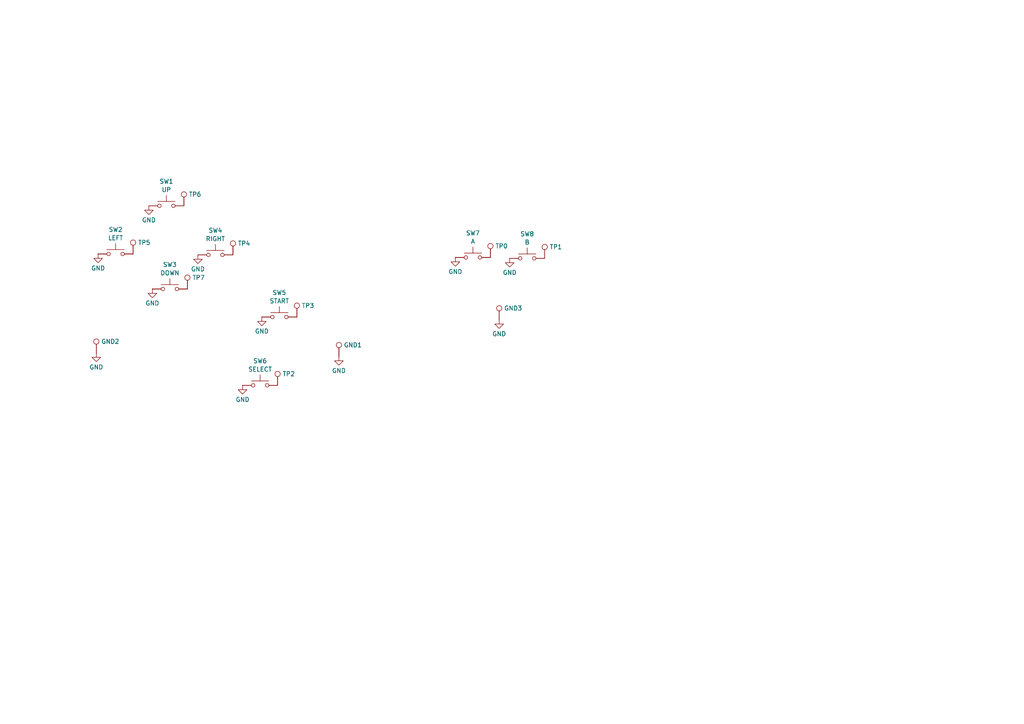
<source format=kicad_sch>
(kicad_sch (version 20231120) (generator "eeschema") (generator_version "8.0")
  (paper "A4")
  (lib_symbols
    (symbol "Connector:TestPoint" (pin_numbers hide) (pin_names (offset 0.762) hide)
      (property "Reference" "TP" (at 0 6.858 0))
      (property "Value" "TestPoint" (at 0 5.08 0))
      (symbol "TestPoint_0_1"
        (circle (center 0 3.302) (radius 0.762))
      )
      (symbol "TestPoint_1_1"
        (pin passive line (at 0 0 90) (length 2.54) (name "1") (number "1"))
      )
    )
    (symbol "Switch:SW_Push" (pin_numbers hide) (pin_names (offset 1.016) hide)
      (property "Reference" "SW" (at 1.27 2.54 0))
      (property "Value" "SW_Push" (at 0 -1.524 0))
      (symbol "SW_Push_0_1"
        (circle (center -2.032 0) (radius 0.508))
        (polyline (pts (xy 0 1.27) (xy 0 3.048)))
        (polyline (pts (xy 2.54 1.27) (xy -2.54 1.27)))
        (circle (center 2.032 0) (radius 0.508))
        (pin passive line (at -5.08 0 0) (length 2.54) (name "1") (number "1"))
        (pin passive line (at 5.08 0 180) (length 2.54) (name "2") (number "2"))
      )
    )
    (symbol "power:GND" (power) (pin_numbers hide) (pin_names (offset 0) hide)
      (property "Value" "GND" (at 0 -3.81 0))
      (symbol "GND_0_1"
        (polyline (pts (xy 0 0) (xy 0 -1.27) (xy 1.27 -1.27) (xy 0 -2.54) (xy -1.27 -1.27) (xy 0 -1.27)))
      )
      (symbol "GND_1_1"
        (pin power_in line (at 0 0 270) (length 0) (name "~") (number "1"))
      )
    )
  )
  (symbol (lib_id "Connector:TestPoint") (at 53.34 59.69 0) (unit 1)
    (property "Reference" "TP6" (at 54.737 56.388 0) (effects (justify left)))
    (property "Value" "TestPoint" (effects (hide yes)))
    (property "Footprint" "customsym:TESTPAD" (effects (hide yes)))
    (property "Description" "test point" (effects (hide yes)))
  )
  (symbol (lib_id "Connector:TestPoint") (at 86.106 91.948 0) (unit 1)
    (property "Reference" "TP3" (at 87.503 88.646 0) (effects (justify left)))
    (property "Value" "TestPoint" (effects (hide yes)))
    (property "Footprint" "customsym:TESTPAD" (effects (hide yes)))
    (property "Description" "test point" (effects (hide yes)))
  )
  (symbol (lib_id "Connector:TestPoint") (at 98.298 103.378 0) (unit 1)
    (property "Reference" "GND1" (at 99.695 100.076 0) (effects (justify left)))
    (property "Value" "TestPoint" (effects (hide yes)))
    (property "Footprint" "TestPoint:TestPoint_Pad_2.0x2.0mm" (effects (hide yes)))
    (property "Description" "test point" (effects (hide yes)))
  )
  (symbol (lib_id "power:GND") (at 43.18 59.69 0) (unit 1)
    (property "Reference" "#PWR08" (effects (hide yes)))
    (property "Value" "GND" (at 43.18 63.8231 0))
    (property "Description" "Power symbol creates a global label with name \"GND\" , ground" (effects (hide yes)))
  )
  (symbol (lib_id "Connector:TestPoint") (at 54.356 83.82 0) (unit 1)
    (property "Reference" "TP7" (at 55.753 80.518 0) (effects (justify left)))
    (property "Value" "TestPoint" (effects (hide yes)))
    (property "Footprint" "customsym:TESTPAD" (effects (hide yes)))
    (property "Description" "test point" (effects (hide yes)))
  )
  (symbol (lib_id "power:GND") (at 75.946 91.948 0) (unit 1)
    (property "Reference" "#PWR03" (effects (hide yes)))
    (property "Value" "GND" (at 75.946 96.0811 0))
    (property "Description" "Power symbol creates a global label with name \"GND\" , ground" (effects (hide yes)))
  )
  (symbol (lib_id "Connector:TestPoint") (at 144.78 92.71 0) (unit 1)
    (property "Reference" "GND3" (at 146.177 89.408 0) (effects (justify left)))
    (property "Value" "TestPoint" (effects (hide yes)))
    (property "Footprint" "TestPoint:TestPoint_Pad_2.0x2.0mm" (effects (hide yes)))
    (property "Description" "test point" (effects (hide yes)))
  )
  (symbol (lib_id "Switch:SW_Push") (at 62.484 73.914 0) (unit 1)
    (property "Reference" "SW4" (at 62.484 66.8485 0))
    (property "Value" "RIGHT" (at 62.484 69.2728 0))
    (property "Footprint" "AGB:ABG DPAD" (effects (hide yes)))
    (property "Description" "Push button switch, generic, two pins" (effects (hide yes)))
  )
  (symbol (lib_id "power:GND") (at 28.448 73.66 0) (unit 1)
    (property "Reference" "#PWR07" (effects (hide yes)))
    (property "Value" "GND" (at 28.448 77.7931 0))
    (property "Description" "Power symbol creates a global label with name \"GND\" , ground" (effects (hide yes)))
  )
  (symbol (lib_id "Switch:SW_Push") (at 75.438 111.76 0) (mirror y) (unit 1)
    (property "Reference" "SW6" (at 75.438 104.6945 0))
    (property "Value" "SELECT" (at 75.438 107.1188 0))
    (property "Footprint" "AGB:AGB ST SL" (effects (hide yes)))
    (property "Description" "Push button switch, generic, two pins" (effects (hide yes)))
  )
  (symbol (lib_id "Connector:TestPoint") (at 142.24 74.676 0) (unit 1)
    (property "Reference" "TP0" (at 143.637 71.374 0) (effects (justify left)))
    (property "Value" "TestPoint" (effects (hide yes)))
    (property "Footprint" "customsym:TESTPAD" (effects (hide yes)))
    (property "Description" "test point" (effects (hide yes)))
  )
  (symbol (lib_id "power:GND") (at 144.78 92.71 0) (unit 1)
    (property "Reference" "#PWR011" (effects (hide yes)))
    (property "Value" "GND" (at 144.78 96.8431 0))
    (property "Description" "Power symbol creates a global label with name \"GND\" , ground" (effects (hide yes)))
  )
  (symbol (lib_id "power:GND") (at 147.828 74.93 0) (unit 1)
    (property "Reference" "#PWR02" (effects (hide yes)))
    (property "Value" "GND" (at 147.828 79.0631 0))
    (property "Description" "Power symbol creates a global label with name \"GND\" , ground" (effects (hide yes)))
  )
  (symbol (lib_id "Switch:SW_Push") (at 81.026 91.948 0) (mirror y) (unit 1)
    (property "Reference" "SW5" (at 81.026 84.8825 0))
    (property "Value" "START" (at 81.026 87.3068 0))
    (property "Footprint" "AGB:AGB ST SL" (effects (hide yes)))
    (property "Description" "Push button switch, generic, two pins" (effects (hide yes)))
  )
  (symbol (lib_id "Connector:TestPoint") (at 157.988 74.93 0) (unit 1)
    (property "Reference" "TP1" (at 159.385 71.628 0) (effects (justify left)))
    (property "Value" "TestPoint" (effects (hide yes)))
    (property "Footprint" "customsym:TESTPAD" (effects (hide yes)))
    (property "Description" "test point" (effects (hide yes)))
  )
  (symbol (lib_id "power:GND") (at 70.358 111.76 0) (unit 1)
    (property "Reference" "#PWR04" (effects (hide yes)))
    (property "Value" "GND" (at 70.358 115.8931 0))
    (property "Description" "Power symbol creates a global label with name \"GND\" , ground" (effects (hide yes)))
  )
  (symbol (lib_id "Connector:TestPoint") (at 67.564 73.914 0) (unit 1)
    (property "Reference" "TP4" (at 68.961 70.612 0) (effects (justify left)))
    (property "Value" "TestPoint" (effects (hide yes)))
    (property "Footprint" "customsym:TESTPAD" (effects (hide yes)))
    (property "Description" "test point" (effects (hide yes)))
  )
  (symbol (lib_id "power:GND") (at 57.404 73.914 0) (unit 1)
    (property "Reference" "#PWR06" (effects (hide yes)))
    (property "Value" "GND" (at 57.404 78.0471 0))
    (property "Description" "Power symbol creates a global label with name \"GND\" , ground" (effects (hide yes)))
  )
  (symbol (lib_id "power:GND") (at 98.298 103.378 0) (unit 1)
    (property "Reference" "#PWR010" (effects (hide yes)))
    (property "Value" "GND" (at 98.298 107.5111 0))
    (property "Description" "Power symbol creates a global label with name \"GND\" , ground" (effects (hide yes)))
  )
  (symbol (lib_id "Connector:TestPoint") (at 80.518 111.76 0) (unit 1)
    (property "Reference" "TP2" (at 81.915 108.458 0) (effects (justify left)))
    (property "Value" "TestPoint" (effects (hide yes)))
    (property "Footprint" "customsym:TESTPAD" (effects (hide yes)))
    (property "Description" "test point" (effects (hide yes)))
  )
  (symbol (lib_id "Connector:TestPoint") (at 27.94 102.362 0) (unit 1)
    (property "Reference" "GND2" (at 29.337 99.06 0) (effects (justify left)))
    (property "Value" "TestPoint" (effects (hide yes)))
    (property "Footprint" "TestPoint:TestPoint_Pad_2.0x2.0mm" (effects (hide yes)))
    (property "Description" "test point" (effects (hide yes)))
  )
  (symbol (lib_id "Switch:SW_Push") (at 137.16 74.676 0) (unit 1)
    (property "Reference" "SW7" (at 137.16 67.6105 0))
    (property "Value" "A" (at 137.16 70.0348 0))
    (property "Footprint" "AGB:AGB AB" (effects (hide yes)))
    (property "Description" "Push button switch, generic, two pins" (effects (hide yes)))
  )
  (symbol (lib_id "power:GND") (at 132.08 74.676 0) (unit 1)
    (property "Reference" "#PWR01" (effects (hide yes)))
    (property "Value" "GND" (at 132.08 78.8091 0))
    (property "Description" "Power symbol creates a global label with name \"GND\" , ground" (effects (hide yes)))
  )
  (symbol (lib_id "Switch:SW_Push") (at 152.908 74.93 0) (unit 1)
    (property "Reference" "SW8" (at 152.908 67.8645 0))
    (property "Value" "B" (at 152.908 70.2888 0))
    (property "Footprint" "AGB:AGB AB" (effects (hide yes)))
    (property "Description" "Push button switch, generic, two pins" (effects (hide yes)))
  )
  (symbol (lib_id "Switch:SW_Push") (at 49.276 83.82 0) (unit 1)
    (property "Reference" "SW3" (at 49.276 76.7545 0))
    (property "Value" "DOWN" (at 49.276 79.1788 0))
    (property "Footprint" "AGB:ABG DPAD" (effects (hide yes)))
    (property "Description" "Push button switch, generic, two pins" (effects (hide yes)))
  )
  (symbol (lib_id "power:GND") (at 27.94 102.362 0) (unit 1)
    (property "Reference" "#PWR09" (effects (hide yes)))
    (property "Value" "GND" (at 27.94 106.4951 0))
    (property "Description" "Power symbol creates a global label with name \"GND\" , ground" (effects (hide yes)))
  )
  (symbol (lib_id "Switch:SW_Push") (at 33.528 73.66 0) (unit 1)
    (property "Reference" "SW2" (at 33.528 66.5945 0))
    (property "Value" "LEFT" (at 33.528 69.0188 0))
    (property "Footprint" "AGB:ABG DPAD" (effects (hide yes)))
    (property "Description" "Push button switch, generic, two pins" (effects (hide yes)))
  )
  (symbol (lib_id "Switch:SW_Push") (at 48.26 59.69 0) (unit 1)
    (property "Reference" "SW1" (at 48.26 52.6245 0))
    (property "Value" "UP" (at 48.26 55.0488 0))
    (property "Footprint" "AGB:ABG DPAD" (effects (hide yes)))
    (property "Description" "Push button switch, generic, two pins" (effects (hide yes)))
  )
  (symbol (lib_id "Connector:TestPoint") (at 38.608 73.66 0) (unit 1)
    (property "Reference" "TP5" (at 40.005 70.358 0) (effects (justify left)))
    (property "Value" "TestPoint" (effects (hide yes)))
    (property "Footprint" "customsym:TESTPAD" (effects (hide yes)))
    (property "Description" "test point" (effects (hide yes)))
  )
  (symbol (lib_id "power:GND") (at 44.196 83.82 0) (unit 1)
    (property "Reference" "#PWR05" (effects (hide yes)))
    (property "Value" "GND" (at 44.196 87.9531 0))
    (property "Description" "Power symbol creates a global label with name \"GND\" , ground" (effects (hide yes)))
  )
)
</source>
